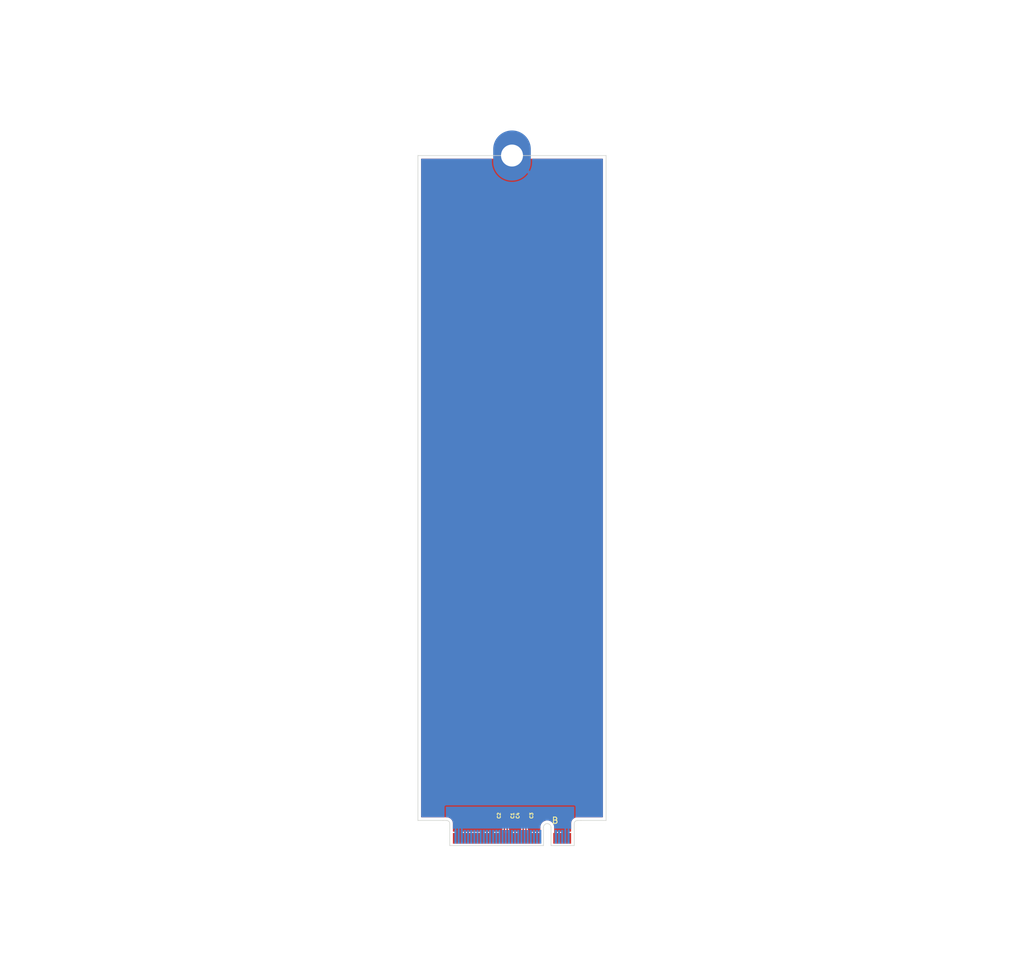
<source format=kicad_pcb>
(kicad_pcb (version 20241229) (generator "pcbnew") (generator_version "9.0")
  (layers (0 "F.Cu" signal) (2 "B.Cu" signal) (13 "F.Paste" user) (15 "B.Paste" user) (5 "F.SilkS" user "F.Silkscreen") (7 "B.SilkS" user "B.Silkscreen") (1 "F.Mask" user) (3 "B.Mask" user) (25 "Edge.Cuts" user))
  (net 0 "")
  (net 1 "/M.2 B key/PET1N")
  (net 2 "/M.2 B key/PET1P")
  (net 3 "/M.2 B key/PET0P")
  (net 4 "/M.2 B key/PET0N")
  (net 5 "/PET1-")
  (net 6 "/PET0-")
  (net 7 "/CONFIG_3")
  (net 8 "+3.3V")
  (net 9 "GND")
  (net 10 "/FULL_CARD_PWR_OFF#")
  (net 11 "/USB_D+")
  (net 12 "/W_DISABLE1#")
  (net 13 "/USB_D-")
  (net 14 "/GPIO_9{slash}LED#1")
  (net 15 "/GPIO_5")
  (net 16 "/CONFIG_0")
  (net 17 "/GPIO_6")
  (net 18 "/DPR")
  (net 19 "/GPIO_7")
  (net 20 "/GPIO_11")
  (net 21 "/GPIO_10")
  (net 22 "/GPIO_8")
  (net 23 "/UIM-RESET")
  (net 24 "/UIM-CLK")
  (net 25 "/UIM-DATA")
  (net 26 "/PER1-")
  (net 27 "/UIM-PWR")
  (net 28 "/PER1+")
  (net 29 "/DEVSLP")
  (net 30 "/GPIO_0")
  (net 31 "/GPIO_1")
  (net 32 "/GPIO_2")
  (net 33 "/GPIO_3")
  (net 34 "/PER0-")
  (net 35 "/GPIO_4")
  (net 36 "/PER0+")
  (net 37 "/PERST#")
  (net 38 "/CLKREQ#")
  (net 39 "/REFCLK-")
  (net 40 "/PEWAKE#")
  (net 41 "/REFCLK+")
  (net 44 "/ANTCTL0")
  (net 46 "/ANTCTL1")
  (net 48 "/ANTCTL2")
  (net 50 "/ANTCTL3")
  (net 51 "/SIM_DETECT")
  (net 52 "/RESET#")
  (net 53 "/SUSCLK")
  (net 54 "/CONFIG_1")
  (net 55 "/CONFIG_2")
  (net 56 "/PET0+")
  (net 57 "/PET1+")
  (footprint "Capacitor_SMD:C_0201_0603Metric" (layer "F.Cu") (at 110.41 153.47 90)
    (property "Reference" "C4" (at 0 -0.72 90) (layer "F.SilkS") (effects (font (size 0.5 0.5))))
    (property "Value" "220nF")
    (pad "1" smd roundrect (at -0.32 0 90) (size 0.46 0.4) (layers "F.Cu" "F.Mask") (net 2 "/M.2 B key/PET1P"))
    (pad "2" smd roundrect (at 0.32 0 90) (size 0.46 0.4) (layers "F.Cu" "F.Mask") (net 57 "/PET1+"))
  )
  (footprint "Capacitor_SMD:C_0201_0603Metric" (layer "F.Cu") (at 108.11 153.47 90)
    (property "Reference" "C1" (at 0 0.73 270) (layer "F.SilkS") (effects (font (size 0.5 0.5))))
    (property "Value" "220nF")
    (pad "1" smd roundrect (at -0.32 0 90) (size 0.46 0.4) (layers "F.Cu" "F.Mask") (net 4 "/M.2 B key/PET0N"))
    (pad "2" smd roundrect (at 0.32 0 90) (size 0.46 0.4) (layers "F.Cu" "F.Mask") (net 6 "/PET0-"))
  )
  (footprint "Capacitor_SMD:C_0201_0603Metric" (layer "F.Cu") (at 111.11 153.47 90)
    (property "Reference" "C3" (at 0 0.75 90) (layer "F.SilkS") (effects (font (size 0.5 0.5))))
    (property "Value" "220nF")
    (pad "1" smd roundrect (at -0.32 0 90) (size 0.46 0.4) (layers "F.Cu" "F.Mask") (net 1 "/M.2 B key/PET1N"))
    (pad "2" smd roundrect (at 0.32 0 90) (size 0.46 0.4) (layers "F.Cu" "F.Mask") (net 5 "/PET1-"))
  )
  (footprint "Capacitor_SMD:C_0201_0603Metric" (layer "F.Cu") (at 107.41 153.47 90)
    (property "Reference" "C2" (at 0 -0.73 90) (layer "F.SilkS") (effects (font (size 0.5 0.5))))
    (property "Value" "220nF")
    (pad "1" smd roundrect (at -0.32 0 90) (size 0.46 0.4) (layers "F.Cu" "F.Mask") (net 3 "/M.2 B key/PET0P"))
    (pad "2" smd roundrect (at 0.32 0 90) (size 0.46 0.4) (layers "F.Cu" "F.Mask") (net 56 "/PET0+"))
  )
  (footprint "PCIexpress:M.2 B Key Connector" (layer "F.Cu") (at 108.76 157.13)
    (property "Reference" "J1")
    (property "Value" "~")
    (fp_line (start -11 -2.89) (end -10.425 -2.89) (stroke (width 0.1)) (layer "Edge.Cuts"))
    (fp_line (start -9.925 -2.39) (end -9.925 1.11) (stroke (width 0.1)) (layer "Edge.Cuts"))
    (fp_line (start 5.02 -1.79) (end 5.02 1.11) (stroke (width 0.1)) (layer "Edge.Cuts"))
    (fp_line (start 5.02 1.11) (end -9.925 1.11) (stroke (width 0.1)) (layer "Edge.Cuts"))
    (fp_line (start 6.22 -1.79) (end 6.22 1.11) (stroke (width 0.1)) (layer "Edge.Cuts"))
    (fp_line (start 6.225333 1.11) (end 9.925 1.11) (stroke (width 0.1)) (layer "Edge.Cuts"))
    (fp_line (start 9.925 -2.39) (end 9.925 1.11) (stroke (width 0.1)) (layer "Edge.Cuts"))
    (fp_line (start 10.425 -2.89) (end 11 -2.89) (stroke (width 0.1)) (layer "Edge.Cuts"))
    (fp_arc (start -10.425 -2.89) (mid -10.071447 -2.743553) (end -9.925 -2.39) (stroke (width 0.1)) (layer "Edge.Cuts"))
    (fp_arc (start 5.02 -1.79) (mid 5.62 -2.39) (end 6.22 -1.79) (stroke (width 0.1)) (layer "Edge.Cuts"))
    (fp_arc (start 9.925 -2.39) (mid 10.071447 -2.743553) (end 10.425 -2.89) (stroke (width 0.1)) (layer "Edge.Cuts"))
    (fp_text user "B" (at 6.27 -2.3 0) (layer "F.SilkS") (effects (justify left bottom)))
    (pad "1" smd rect (at 9.25 -0.04 180) (size 0.35 1.7) (layers "F.Cu") (net 7 "/CONFIG_3"))
    (pad "2" smd rect (at 9 -0.29 180) (size 0.35 2.2) (layers "B.Cu") (net 8 "+3.3V"))
    (pad "3" smd rect (at 8.75 -0.04 180) (size 0.35 1.7) (layers "F.Cu") (net 9 "GND"))
    (pad "4" smd rect (at 8.5 -0.29 180) (size 0.35 2.2) (layers "B.Cu") (net 8 "+3.3V"))
    (pad "5" smd rect (at 8.25 -0.04 180) (size 0.35 1.7) (layers "F.Cu") (net 9 "GND"))
    (pad "6" smd rect (at 8 -0.29 180) (size 0.35 2.2) (layers "B.Cu") (net 10 "/FULL_CARD_PWR_OFF#"))
    (pad "7" smd rect (at 7.75 -0.04 180) (size 0.35 1.7) (layers "F.Cu") (net 11 "/USB_D+"))
    (pad "8" smd rect (at 7.5 -0.29 180) (size 0.35 2.2) (layers "B.Cu") (net 12 "/W_DISABLE1#"))
    (pad "9" smd rect (at 7.25 -0.04 180) (size 0.35 1.7) (layers "F.Cu") (net 13 "/USB_D-"))
    (pad "10" smd rect (at 7 -0.29 180) (size 0.35 2.2) (layers "B.Cu") (net 14 "/GPIO_9{slash}LED#1"))
    (pad "11" smd rect (at 6.75 -0.04 180) (size 0.35 1.7) (layers "F.Cu") (net 9 "GND"))
    (pad "20" smd rect (at 4.5 -0.29 180) (size 0.35 2.2) (layers "B.Cu") (net 15 "/GPIO_5"))
    (pad "21" smd rect (at 4.25 -0.04 180) (size 0.35 1.7) (layers "F.Cu") (net 16 "/CONFIG_0"))
    (pad "22" smd rect (at 4 -0.29 180) (size 0.35 2.2) (layers "B.Cu") (net 17 "/GPIO_6"))
    (pad "23" smd rect (at 3.75 -0.04 180) (size 0.35 1.7) (layers "F.Cu") (net 18 "/DPR"))
    (pad "24" smd rect (at 3.5 -0.29 180) (size 0.35 2.2) (layers "B.Cu") (net 19 "/GPIO_7"))
    (pad "25" smd rect (at 3.25 -0.04 180) (size 0.35 1.7) (layers "F.Cu") (net 20 "/GPIO_11"))
    (pad "26" smd rect (at 3 -0.29 180) (size 0.35 2.2) (layers "B.Cu") (net 21 "/GPIO_10"))
    (pad "27" smd rect (at 2.75 -0.04 180) (size 0.35 1.7) (layers "F.Cu") (net 9 "GND"))
    (pad "28" smd rect (at 2.5 -0.29 180) (size 0.35 2.2) (layers "B.Cu") (net 22 "/GPIO_8"))
    (pad "29" smd rect (at 2.25 -0.04 180) (size 0.35 1.7) (layers "F.Cu") (net 1 "/M.2 B key/PET1N"))
    (pad "30" smd rect (at 2 -0.29 180) (size 0.35 2.2) (layers "B.Cu") (net 23 "/UIM-RESET"))
    (pad "31" smd rect (at 1.75 -0.04 180) (size 0.35 1.7) (layers "F.Cu") (net 2 "/M.2 B key/PET1P"))
    (pad "32" smd rect (at 1.5 -0.29 180) (size 0.35 2.2) (layers "B.Cu") (net 24 "/UIM-CLK"))
    (pad "33" smd rect (at 1.25 -0.04 180) (size 0.35 1.7) (layers "F.Cu") (net 9 "GND"))
    (pad "34" smd rect (at 1 -0.29 180) (size 0.35 2.2) (layers "B.Cu") (net 25 "/UIM-DATA"))
    (pad "35" smd rect (at 0.75 -0.04 180) (size 0.35 1.7) (layers "F.Cu") (net 26 "/PER1-"))
    (pad "36" smd rect (at 0.5 -0.29 180) (size 0.35 2.2) (layers "B.Cu") (net 27 "/UIM-PWR"))
    (pad "37" smd rect (at 0.25 -0.04 180) (size 0.35 1.7) (layers "F.Cu") (net 28 "/PER1+"))
    (pad "38" smd rect (at 0 -0.29 180) (size 0.35 2.2) (layers "B.Cu") (net 29 "/DEVSLP"))
    (pad "39" smd rect (at -0.25 -0.04 180) (size 0.35 1.7) (layers "F.Cu") (net 9 "GND"))
    (pad "40" smd rect (at -0.5 -0.29 180) (size 0.35 2.2) (layers "B.Cu") (net 30 "/GPIO_0"))
    (pad "41" smd rect (at -0.75 -0.04 180) (size 0.35 1.7) (layers "F.Cu") (net 4 "/M.2 B key/PET0N"))
    (pad "42" smd rect (at -1 -0.29 180) (size 0.35 2.2) (layers "B.Cu") (net 31 "/GPIO_1"))
    (pad "43" smd rect (at -1.25 -0.04 180) (size 0.35 1.7) (layers "F.Cu") (net 3 "/M.2 B key/PET0P"))
    (pad "44" smd rect (at -1.5 -0.29 180) (size 0.35 2.2) (layers "B.Cu") (net 32 "/GPIO_2"))
    (pad "45" smd rect (at -1.75 -0.04 180) (size 0.35 1.7) (layers "F.Cu") (net 9 "GND"))
    (pad "46" smd rect (at -2 -0.29 180) (size 0.35 2.2) (layers "B.Cu") (net 33 "/GPIO_3"))
    (pad "47" smd rect (at -2.25 -0.04 180) (size 0.35 1.7) (layers "F.Cu") (net 34 "/PER0-"))
    (pad "48" smd rect (at -2.5 -0.29 180) (size 0.35 2.2) (layers "B.Cu") (net 35 "/GPIO_4"))
    (pad "49" smd rect (at -2.75 -0.04 180) (size 0.35 1.7) (layers "F.Cu") (net 36 "/PER0+"))
    (pad "50" smd rect (at -3 -0.29 180) (size 0.35 2.2) (layers "B.Cu") (net 37 "/PERST#"))
    (pad "51" smd rect (at -3.25 -0.04 180) (size 0.35 1.7) (layers "F.Cu") (net 9 "GND"))
    (pad "52" smd rect (at -3.5 -0.29 180) (size 0.35 2.2) (layers "B.Cu") (net 38 "/CLKREQ#"))
    (pad "53" smd rect (at -3.75 -0.04 180) (size 0.35 1.7) (layers "F.Cu") (net 39 "/REFCLK-"))
    (pad "54" smd rect (at -4 -0.29 180) (size 0.35 2.2) (layers "B.Cu") (net 40 "/PEWAKE#"))
    (pad "55" smd rect (at -4.25 -0.04 180) (size 0.35 1.7) (layers "F.Cu") (net 41 "/REFCLK+"))
    (pad "56" smd rect (at -4.5 -0.29 180) (size 0.35 2.2) (layers "B.Cu"))
    (pad "57" smd rect (at -4.75 -0.04 180) (size 0.35 1.7) (layers "F.Cu") (net 9 "GND"))
    (pad "58" smd rect (at -5 -0.29 180) (size 0.35 2.2) (layers "B.Cu"))
    (pad "59" smd rect (at -5.25 -0.04 180) (size 0.35 1.7) (layers "F.Cu") (net 44 "/ANTCTL0"))
    (pad "60" smd rect (at -5.5 -0.29 180) (size 0.35 2.2) (layers "B.Cu"))
    (pad "61" smd rect (at -5.75 -0.04 180) (size 0.35 1.7) (layers "F.Cu") (net 46 "/ANTCTL1"))
    (pad "62" smd rect (at -6 -0.29 180) (size 0.35 2.2) (layers "B.Cu"))
    (pad "63" smd rect (at -6.25 -0.04 180) (size 0.35 1.7) (layers "F.Cu") (net 48 "/ANTCTL2"))
    (pad "64" smd rect (at -6.5 -0.29 180) (size 0.35 2.2) (layers "B.Cu"))
    (pad "65" smd rect (at -6.75 -0.04 180) (size 0.35 1.7) (layers "F.Cu") (net 50 "/ANTCTL3"))
    (pad "66" smd rect (at -7 -0.29 180) (size 0.35 2.2) (layers "B.Cu") (net 51 "/SIM_DETECT"))
    (pad "67" smd rect (at -7.25 -0.04 180) (size 0.35 1.7) (layers "F.Cu") (net 52 "/RESET#"))
    (pad "68" smd rect (at -7.5 -0.29 180) (size 0.35 2.2) (layers "B.Cu") (net 53 "/SUSCLK"))
    (pad "69" smd rect (at -7.75 -0.04 180) (size 0.35 1.7) (layers "F.Cu") (net 54 "/CONFIG_1"))
    (pad "70" smd rect (at -8 -0.29 180) (size 0.35 2.2) (layers "B.Cu") (net 8 "+3.3V"))
    (pad "71" smd rect (at -8.25 -0.04 180) (size 0.35 1.7) (layers "F.Cu") (net 9 "GND"))
    (pad "72" smd rect (at -8.5 -0.29 180) (size 0.35 2.2) (layers "B.Cu") (net 8 "+3.3V"))
    (pad "73" smd rect (at -8.75 -0.04 180) (size 0.35 1.7) (layers "F.Cu") (net 9 "GND"))
    (pad "74" smd rect (at -9 -0.29 180) (size 0.35 2.2) (layers "B.Cu") (net 8 "+3.3V"))
    (pad "75" smd rect (at -9.25 -0.04 180) (size 0.35 1.7) (layers "F.Cu") (net 55 "/CONFIG_2"))
  )
  (footprint "Athena KiCAd library:M.2 Mounting Pad" (layer "F.Cu") (at 108.76 48.24)
    (property "Reference" "H1")
    (property "Value" "MountingHole_Pad")
    (pad "1" thru_hole circle (at 0 0) (size 5.5 5.5) (drill 3.5) (property pad_prop_castellated) (layers "*.Cu" "*.Mask") (net 9 "GND") (padstack (mode front_inner_back) (layer "Inner" (shape circle) (size 5.5 5.5)) (layer "B.Cu" (shape oval) (size 6 8))))
  )
  (gr_line (start 119.76 154.24) (end 123.76 154.24) (stroke (width 0.1)) (layer "Edge.Cuts"))
  (gr_line (start 123.76 48.24) (end 93.76 48.24) (stroke (width 0.1)) (layer "Edge.Cuts"))
  (gr_line (start 123.76 154.24) (end 123.76 48.24) (stroke (width 0.1)) (layer "Edge.Cuts"))
  (gr_line (start 97.76 154.24) (end 93.76 154.24) (stroke (width 0.1)) (layer "Edge.Cuts"))
  (gr_line (start 93.76 48.24) (end 93.76 154.24) (stroke (width 0.1)) (layer "Edge.Cuts"))
  (segment (start 111.11 154.135001) (end 111.11 153.79) (width 0.2) (layer "F.Cu") (net 1))
  (segment (start 110.985 154.260001) (end 111.11 154.135001) (width 0.2) (layer "F.Cu") (net 1))
  (segment (start 110.985 155.789999) (end 110.985 154.260001) (width 0.2) (layer "F.Cu") (net 1))
  (segment (start 111.01 155.814999) (end 110.985 155.789999) (width 0.2) (layer "F.Cu") (net 1))
  (segment (start 111.01 157.09) (end 111.01 155.814999) (width 0.2) (layer "F.Cu") (net 1))
  (segment (start 110.535 155.789999) (end 110.535 154.260001) (width 0.2) (layer "F.Cu") (net 2))
  (segment (start 110.51 157.09) (end 110.51 155.814999) (width 0.2) (layer "F.Cu") (net 2))
  (segment (start 110.41 154.135001) (end 110.41 153.79) (width 0.2) (layer "F.Cu") (net 2))
  (segment (start 110.535 154.260001) (end 110.41 154.135001) (width 0.2) (layer "F.Cu") (net 2))
  (segment (start 110.51 155.814999) (end 110.535 155.789999) (width 0.2) (layer "F.Cu") (net 2))
  (segment (start 107.535 154.260001) (end 107.41 154.135001) (width 0.2) (layer "F.Cu") (net 3))
  (segment (start 107.41 154.135001) (end 107.41 153.79) (width 0.2) (layer "F.Cu") (net 3))
  (segment (start 107.51 155.814999) (end 107.535 155.789999) (width 0.2) (layer "F.Cu") (net 3))
  (segment (start 107.51 157.09) (end 107.51 155.814999) (width 0.2) (layer "F.Cu") (net 3))
  (segment (start 107.535 155.789999) (end 107.535 154.260001) (width 0.2) (layer "F.Cu") (net 3))
  (segment (start 108.01 157.09) (end 108.01 155.814999) (width 0.2) (layer "F.Cu") (net 4))
  (segment (start 107.985 154.260001) (end 108.11 154.135001) (width 0.2) (layer "F.Cu") (net 4))
  (segment (start 107.985 155.789999) (end 107.985 154.260001) (width 0.2) (layer "F.Cu") (net 4))
  (segment (start 108.01 155.814999) (end 107.985 155.789999) (width 0.2) (layer "F.Cu") (net 4))
  (segment (start 108.11 154.135001) (end 108.11 153.79) (width 0.2) (layer "F.Cu") (net 4))
  (zone (net 9) (net_name "GND") (layers "F.Cu" "B.Cu") (connect_pads (clearance 0.15)) (min_thickness 0.15) (fill yes (thermal_gap 0.2) (thermal_bridge_width 0.5))
    (polygon (pts (xy 93.76 156.48) (xy 93.76 48.24) (xy 123.76 48.24) (xy 123.76 156.48)))
  )
  (zone (net 8) (net_name "+3.3V") (layer "B.Cu") (priority 1) (connect_pads (clearance 0.2)) (min_thickness 0.1) (fill yes (thermal_gap 0.2) (thermal_bridge_width 0.25))
    (polygon (pts (xy 118.68 156.42) (xy 118.68 152.055) (xy 118.665 152.04) (xy 98.21 152.04) (xy 98.21 156.67) (xy 118.43 156.67)))
  )
)
</source>
